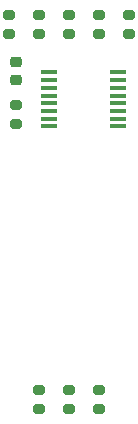
<source format=gtp>
%TF.GenerationSoftware,KiCad,Pcbnew,6.0.11*%
%TF.CreationDate,2024-07-26T21:25:55+01:00*%
%TF.ProjectId,7Backpack,37426163-6b70-4616-936b-2e6b69636164,rev?*%
%TF.SameCoordinates,Original*%
%TF.FileFunction,Paste,Top*%
%TF.FilePolarity,Positive*%
%FSLAX46Y46*%
G04 Gerber Fmt 4.6, Leading zero omitted, Abs format (unit mm)*
G04 Created by KiCad (PCBNEW 6.0.11) date 2024-07-26 21:25:55*
%MOMM*%
%LPD*%
G01*
G04 APERTURE LIST*
G04 Aperture macros list*
%AMRoundRect*
0 Rectangle with rounded corners*
0 $1 Rounding radius*
0 $2 $3 $4 $5 $6 $7 $8 $9 X,Y pos of 4 corners*
0 Add a 4 corners polygon primitive as box body*
4,1,4,$2,$3,$4,$5,$6,$7,$8,$9,$2,$3,0*
0 Add four circle primitives for the rounded corners*
1,1,$1+$1,$2,$3*
1,1,$1+$1,$4,$5*
1,1,$1+$1,$6,$7*
1,1,$1+$1,$8,$9*
0 Add four rect primitives between the rounded corners*
20,1,$1+$1,$2,$3,$4,$5,0*
20,1,$1+$1,$4,$5,$6,$7,0*
20,1,$1+$1,$6,$7,$8,$9,0*
20,1,$1+$1,$8,$9,$2,$3,0*%
G04 Aperture macros list end*
%ADD10RoundRect,0.200000X-0.275000X0.200000X-0.275000X-0.200000X0.275000X-0.200000X0.275000X0.200000X0*%
%ADD11RoundRect,0.200000X0.275000X-0.200000X0.275000X0.200000X-0.275000X0.200000X-0.275000X-0.200000X0*%
%ADD12RoundRect,0.225000X0.250000X-0.225000X0.250000X0.225000X-0.250000X0.225000X-0.250000X-0.225000X0*%
%ADD13R,1.473200X0.355600*%
G04 APERTURE END LIST*
D10*
%TO.C,R4*%
X102870000Y-127445000D03*
X102870000Y-129095000D03*
%TD*%
D11*
%TO.C,R9*%
X105410000Y-97345000D03*
X105410000Y-95695000D03*
%TD*%
%TO.C,R8*%
X110490000Y-97345000D03*
X110490000Y-95695000D03*
%TD*%
%TO.C,R7*%
X107950000Y-97345000D03*
X107950000Y-95695000D03*
%TD*%
D12*
%TO.C,C1*%
X100965000Y-101245600D03*
X100965000Y-99695600D03*
%TD*%
D10*
%TO.C,R5*%
X105410000Y-127445000D03*
X105410000Y-129095000D03*
%TD*%
D13*
%TO.C,U1*%
X103759000Y-100584000D03*
X103759000Y-101244400D03*
X103759000Y-101904800D03*
X103759000Y-102539800D03*
X103759000Y-103200200D03*
X103759000Y-103835200D03*
X103759000Y-104495600D03*
X103759000Y-105156000D03*
X109601000Y-105156000D03*
X109601000Y-104495600D03*
X109601000Y-103835200D03*
X109601000Y-103200200D03*
X109601000Y-102539800D03*
X109601000Y-101904800D03*
X109601000Y-101244400D03*
X109601000Y-100584000D03*
%TD*%
D11*
%TO.C,R1*%
X100965000Y-104965000D03*
X100965000Y-103315000D03*
%TD*%
D10*
%TO.C,R6*%
X107950000Y-127445000D03*
X107950000Y-129095000D03*
%TD*%
D11*
%TO.C,R3*%
X100330000Y-97345000D03*
X100330000Y-95695000D03*
%TD*%
%TO.C,R2*%
X102870000Y-97345000D03*
X102870000Y-95695000D03*
%TD*%
M02*

</source>
